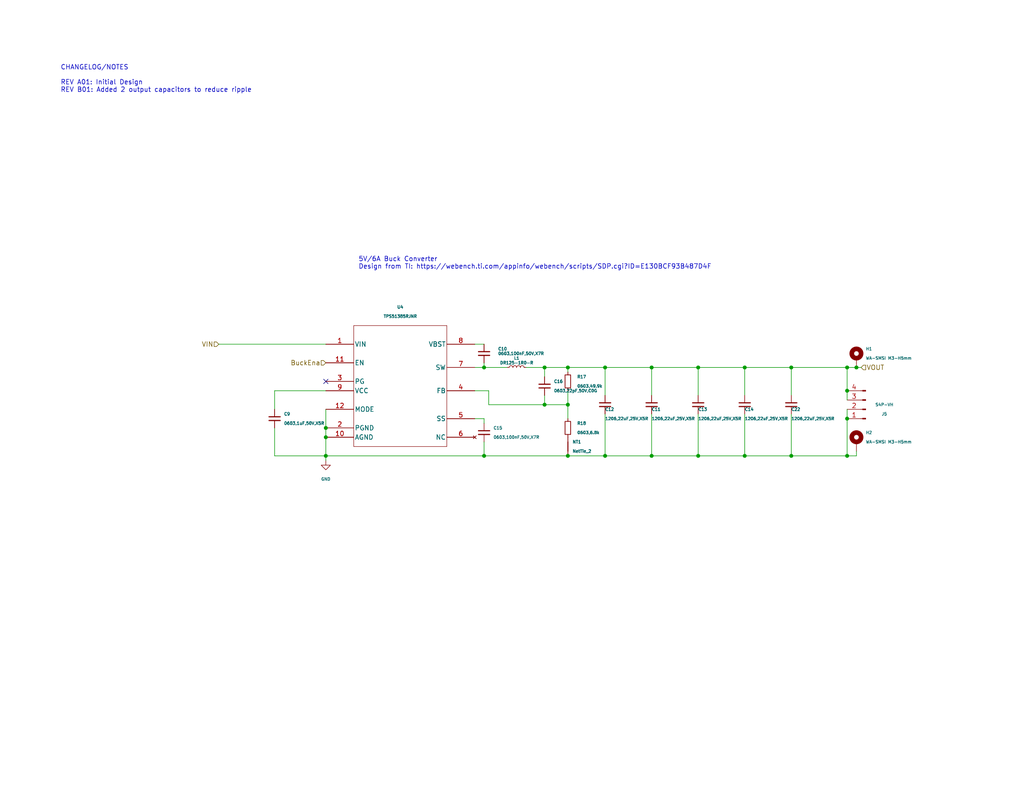
<source format=kicad_sch>
(kicad_sch (version 20230121) (generator eeschema)
  (paper "USLetter")
  (title_block (date "2024-02-03") (rev "B01"))
  (lib_symbols
    (symbol "Connector:Conn_01x04_Pin" (pin_names (offset 1.016) hide)
      (property "Reference" "J" (at 0 5.08 0))
      (property "Value" "Conn_01x04_Pin" (at 0 -7.62 0))
      (symbol "Conn_01x04_Pin_1_1"
        (polyline (pts (xy 1.27 -5.08) (xy 0.8636 -5.08)) (stroke (width 0.1524)))
        (polyline (pts (xy 1.27 -2.54) (xy 0.8636 -2.54)) (stroke (width 0.1524)))
        (polyline (pts (xy 1.27 0) (xy 0.8636 0)) (stroke (width 0.1524)))
        (polyline (pts (xy 1.27 2.54) (xy 0.8636 2.54)) (stroke (width 0.1524)))
        (rectangle (start 0.8636 -4.953) (end 0 -5.207) (stroke (width 0.1524)) (fill (type outline)))
        (rectangle (start 0.8636 -2.413) (end 0 -2.667) (stroke (width 0.1524)) (fill (type outline)))
        (rectangle (start 0.8636 0.127) (end 0 -0.127) (stroke (width 0.1524)) (fill (type outline)))
        (rectangle (start 0.8636 2.667) (end 0 2.413) (stroke (width 0.1524)) (fill (type outline)))
        (pin passive line (at 5.08 2.54 180) (length 3.81) (name "Pin_1") (number "1"))
        (pin passive line (at 5.08 0 180) (length 3.81) (name "Pin_2") (number "2"))
        (pin passive line (at 5.08 -2.54 180) (length 3.81) (name "Pin_3") (number "3"))
        (pin passive line (at 5.08 -5.08 180) (length 3.81) (name "Pin_4") (number "4"))
      )
    )
    (symbol "Device:L_Small" (pin_numbers hide) (pin_names (offset 0.254) hide)
      (property "Reference" "L" (at 0.762 1.016 0))
      (property "Value" "L_Small" (at 0.762 -1.016 0))
      (symbol "L_Small_0_1"
        (arc (start 0 -2.032) (mid 0.5058 -1.524) (end 0 -1.016))
        (arc (start 0 -1.016) (mid 0.5058 -0.508) (end 0 0))
        (arc (start 0 0) (mid 0.5058 0.508) (end 0 1.016))
        (arc (start 0 1.016) (mid 0.5058 1.524) (end 0 2.032))
      )
      (symbol "L_Small_1_1"
        (pin passive line (at 0 2.54 270) (length 0.508) (name "~") (number "1"))
        (pin passive line (at 0 -2.54 90) (length 0.508) (name "~") (number "2"))
      )
    )
    (symbol "Device:NetTie_2" (pin_numbers hide) (pin_names (offset 0) hide) (in_bom no)
      (property "Reference" "NT" (at 0 1.27 0))
      (property "Value" "NetTie_2" (at 0 -1.27 0))
      (symbol "NetTie_2_0_1"
        (polyline (pts (xy -1.27 0) (xy 1.27 0)) (stroke (width 0.254)))
      )
      (symbol "NetTie_2_1_1"
        (pin passive line (at -2.54 0 0) (length 2.54) (name "1") (number "1"))
        (pin passive line (at 2.54 0 180) (length 2.54) (name "2") (number "2"))
      )
    )
    (symbol "Mechanical:MountingHole_Pad" (pin_numbers hide) (pin_names (offset 1.016) hide)
      (property "Reference" "H" (at 0 6.35 0))
      (property "Value" "MountingHole_Pad" (at 0 4.445 0))
      (symbol "MountingHole_Pad_0_1"
        (circle (center 0 1.27) (radius 1.27) (stroke (width 1.27)))
      )
      (symbol "MountingHole_Pad_1_1"
        (pin input line (at 0 -2.54 90) (length 2.54) (name "1") (number "1"))
      )
    )
    (symbol "WS_LCSC_ICs:TPS51385RJNR" (pin_names (offset 0.254))
      (property "Reference" "U" (at 20.32 10.16 0))
      (property "Value" "TPS51385RJNR" (at 20.32 7.62 0))
      (symbol "TPS51385RJNR_0_1"
        (polyline (pts (xy 7.62 -27.94) (xy 33.02 -27.94)) (stroke (width 0.127)))
        (polyline (pts (xy 7.62 5.08) (xy 7.62 -27.94)) (stroke (width 0.127)))
        (polyline (pts (xy 33.02 -27.94) (xy 33.02 5.08)) (stroke (width 0.127)))
        (polyline (pts (xy 33.02 5.08) (xy 7.62 5.08)) (stroke (width 0.127)))
        (pin power_in line (at 0 0 0) (length 7.62) (name "VIN") (number "1"))
        (pin power_out line (at 0 -25.4 0) (length 7.62) (name "AGND") (number "10"))
        (pin input line (at 0 -5.08 0) (length 7.62) (name "EN") (number "11"))
        (pin input line (at 0 -17.78 0) (length 7.62) (name "MODE") (number "12"))
        (pin power_out line (at 0 -22.86 0) (length 7.62) (name "PGND") (number "2"))
        (pin output line (at 0 -10.16 0) (length 7.62) (name "PG") (number "3"))
        (pin input line (at 40.64 -12.7 180) (length 7.62) (name "FB") (number "4"))
        (pin output line (at 40.64 -20.32 180) (length 7.62) (name "SS") (number "5"))
        (pin no_connect line (at 40.64 -25.4 180) (length 7.62) (name "NC") (number "6"))
        (pin output line (at 40.64 -6.35 180) (length 7.62) (name "SW") (number "7"))
        (pin input line (at 40.64 0 180) (length 7.62) (name "VBST") (number "8"))
        (pin output line (at 0 -12.7 0) (length 7.62) (name "VCC") (number "9"))
      )
    )
    (symbol "jlcpcb-basic-capacitor:0402,100nF,16V,X7R "
      (property "Reference" "C" (at 1.71 0.508 0))
      (property "Value" "0402,100nF,16V,X7R " (at 1.71 -1.016 0))
      (symbol "0402,100nF,16V,X7R _0_0"
        (polyline (pts (xy -1.524 -0.508) (xy 1.524 -0.508)) (stroke (width 0.3048)))
        (polyline (pts (xy -1.524 0.508) (xy 1.524 0.508)) (stroke (width 0.3048)))
        (pin passive line (at 0 2.54 270) (length 2.032) (name "~") (number "1"))
        (pin passive line (at 0 -2.54 90) (length 2.032) (name "~") (number "2"))
      )
    )
    (symbol "jlcpcb-basic-capacitor:0402,100nF,50V,X7R "
      (property "Reference" "C" (at 1.71 0.508 0))
      (property "Value" "0402,100nF,50V,X7R " (at 1.71 -1.016 0))
      (symbol "0402,100nF,50V,X7R _0_0"
        (polyline (pts (xy -1.524 -0.508) (xy 1.524 -0.508)) (stroke (width 0.3048)))
        (polyline (pts (xy -1.524 0.508) (xy 1.524 0.508)) (stroke (width 0.3048)))
        (pin passive line (at 0 2.54 270) (length 2.032) (name "~") (number "1"))
        (pin passive line (at 0 -2.54 90) (length 2.032) (name "~") (number "2"))
      )
    )
    (symbol "jlcpcb-basic-capacitor:0402,1uF,25V,X5R "
      (property "Reference" "C" (at 1.71 0.508 0))
      (property "Value" "0402,1uF,25V,X5R " (at 1.71 -1.016 0))
      (symbol "0402,1uF,25V,X5R _0_0"
        (polyline (pts (xy -1.524 -0.508) (xy 1.524 -0.508)) (stroke (width 0.3048)))
        (polyline (pts (xy -1.524 0.508) (xy 1.524 0.508)) (stroke (width 0.3048)))
        (pin passive line (at 0 2.54 270) (length 2.032) (name "~") (number "1"))
        (pin passive line (at 0 -2.54 90) (length 2.032) (name "~") (number "2"))
      )
    )
    (symbol "jlcpcb-basic-capacitor:0603,22pF,50V,C0G "
      (property "Reference" "C" (at 1.71 0.508 0))
      (property "Value" "0603,22pF,50V,C0G " (at 1.71 -1.016 0))
      (symbol "0603,22pF,50V,C0G _0_0"
        (polyline (pts (xy -1.524 -0.508) (xy 1.524 -0.508)) (stroke (width 0.3048)))
        (polyline (pts (xy -1.524 0.508) (xy 1.524 0.508)) (stroke (width 0.3048)))
        (pin passive line (at 0 2.54 270) (length 2.032) (name "~") (number "1"))
        (pin passive line (at 0 -2.54 90) (length 2.032) (name "~") (number "2"))
      )
    )
    (symbol "jlcpcb-basic-capacitor:1206,22uF,25V,X5R "
      (property "Reference" "C" (at 1.71 0.508 0))
      (property "Value" "1206,22uF,25V,X5R " (at 1.71 -1.016 0))
      (symbol "1206,22uF,25V,X5R _0_0"
        (polyline (pts (xy -1.524 -0.508) (xy 1.524 -0.508)) (stroke (width 0.3048)))
        (polyline (pts (xy -1.524 0.508) (xy 1.524 0.508)) (stroke (width 0.3048)))
        (pin passive line (at 0 2.54 270) (length 2.032) (name "~") (number "1"))
        (pin passive line (at 0 -2.54 90) (length 2.032) (name "~") (number "2"))
      )
    )
    (symbol "jlcpcb-basic-resistor:0603,49.9k"
      (property "Reference" "R" (at 0.762 0.508 0))
      (property "Value" "0603,49.9k" (at 0.762 -1.016 0))
      (symbol "0603,49.9k_0_0"
        (rectangle (start -0.762 1.778) (end 0.762 -1.778) (stroke (width 0.2032)))
        (pin passive line (at 0 2.54 270) (length 0.762) (name "~") (number "1"))
        (pin passive line (at 0 -2.54 90) (length 0.762) (name "~") (number "2"))
      )
    )
    (symbol "jlcpcb-basic-resistor:0603,6.8k"
      (property "Reference" "R" (at 0.762 0.508 0))
      (property "Value" "0603,6.8k" (at 0.762 -1.016 0))
      (symbol "0603,6.8k_0_0"
        (rectangle (start -0.762 1.778) (end 0.762 -1.778) (stroke (width 0.2032)))
        (pin passive line (at 0 2.54 270) (length 0.762) (name "~") (number "1"))
        (pin passive line (at 0 -2.54 90) (length 0.762) (name "~") (number "2"))
      )
    )
    (symbol "power:GND" (power) (pin_names (offset 0))
      (property "Value" "GND" (at 0 -3.81 0))
      (symbol "GND_0_1"
        (polyline (pts (xy 0 0) (xy 0 -1.27) (xy 1.27 -1.27) (xy 0 -2.54) (xy -1.27 -1.27) (xy 0 -1.27)))
      )
      (symbol "GND_1_1"
        (pin power_in line (at 0 0 270) (length 0) hide (name "GND") (number "1"))
      )
    )
  )
  (junction (at 132.08 124.46))
  (junction (at 231.14 100.33))
  (junction (at 165.1 100.33))
  (junction (at 154.94 110.49))
  (junction (at 132.08 100.33))
  (junction (at 215.9 124.46))
  (junction (at 215.9 100.33))
  (junction (at 231.14 106.68))
  (junction (at 154.94 100.33))
  (junction (at 88.9 124.46))
  (junction (at 233.68 100.33))
  (junction (at 190.5 100.33))
  (junction (at 203.2 124.46))
  (junction (at 203.2 100.33))
  (junction (at 190.5 124.46))
  (junction (at 154.94 124.46))
  (junction (at 177.8 100.33))
  (junction (at 231.14 114.3))
  (junction (at 88.9 116.84))
  (junction (at 177.8 124.46))
  (junction (at 148.59 100.33))
  (junction (at 88.9 119.38))
  (junction (at 231.14 124.46))
  (junction (at 165.1 124.46))
  (junction (at 148.59 110.49))
  (no_connect (at 88.9 104.14))
  (wire (pts (xy 165.1 107.95) (xy 165.1 100.33)))
  (wire (pts (xy 231.14 106.68) (xy 231.14 109.22)))
  (wire (pts (xy 177.8 100.33) (xy 177.8 107.95)))
  (wire (pts (xy 132.08 99.06) (xy 132.08 100.33)))
  (wire (pts (xy 148.59 110.49) (xy 154.94 110.49)))
  (wire (pts (xy 129.54 93.98) (xy 132.08 93.98)))
  (wire (pts (xy 190.5 113.03) (xy 190.5 124.46)))
  (wire (pts (xy 132.08 100.33) (xy 129.54 100.33)))
  (wire (pts (xy 132.08 124.46) (xy 88.9 124.46)))
  (wire (pts (xy 190.5 100.33) (xy 203.2 100.33)))
  (wire (pts (xy 74.93 124.46) (xy 88.9 124.46)))
  (wire (pts (xy 177.8 100.33) (xy 190.5 100.33)))
  (wire (pts (xy 203.2 124.46) (xy 215.9 124.46)))
  (wire (pts (xy 165.1 113.03) (xy 165.1 124.46)))
  (wire (pts (xy 74.93 106.68) (xy 74.93 111.76)))
  (wire (pts (xy 177.8 113.03) (xy 177.8 124.46)))
  (wire (pts (xy 132.08 124.46) (xy 154.94 124.46)))
  (wire (pts (xy 203.2 113.03) (xy 203.2 124.46)))
  (wire (pts (xy 132.08 114.3) (xy 129.54 114.3)))
  (wire (pts (xy 154.94 100.33) (xy 154.94 101.6)))
  (wire (pts (xy 231.14 124.46) (xy 233.68 124.46)))
  (wire (pts (xy 154.94 110.49) (xy 154.94 114.3)))
  (wire (pts (xy 234.95 100.33) (xy 233.68 100.33)))
  (wire (pts (xy 133.35 110.49) (xy 148.59 110.49)))
  (wire (pts (xy 148.59 100.33) (xy 154.94 100.33)))
  (wire (pts (xy 88.9 111.76) (xy 88.9 116.84)))
  (wire (pts (xy 132.08 100.33) (xy 138.43 100.33)))
  (wire (pts (xy 132.08 120.65) (xy 132.08 124.46)))
  (wire (pts (xy 154.94 106.68) (xy 154.94 110.49)))
  (wire (pts (xy 148.59 100.33) (xy 148.59 102.87)))
  (wire (pts (xy 203.2 100.33) (xy 215.9 100.33)))
  (wire (pts (xy 74.93 106.68) (xy 88.9 106.68)))
  (wire (pts (xy 88.9 116.84) (xy 88.9 119.38)))
  (wire (pts (xy 154.94 124.46) (xy 165.1 124.46)))
  (wire (pts (xy 74.93 116.84) (xy 74.93 124.46)))
  (wire (pts (xy 154.94 100.33) (xy 165.1 100.33)))
  (wire (pts (xy 165.1 100.33) (xy 177.8 100.33)))
  (wire (pts (xy 215.9 100.33) (xy 231.14 100.33)))
  (wire (pts (xy 132.08 115.57) (xy 132.08 114.3)))
  (wire (pts (xy 148.59 107.95) (xy 148.59 110.49)))
  (wire (pts (xy 215.9 100.33) (xy 215.9 107.95)))
  (wire (pts (xy 233.68 124.46) (xy 233.68 123.19)))
  (wire (pts (xy 231.14 114.3) (xy 231.14 124.46)))
  (wire (pts (xy 88.9 119.38) (xy 88.9 124.46)))
  (wire (pts (xy 165.1 124.46) (xy 177.8 124.46)))
  (wire (pts (xy 143.51 100.33) (xy 148.59 100.33)))
  (wire (pts (xy 177.8 124.46) (xy 190.5 124.46)))
  (wire (pts (xy 129.54 106.68) (xy 133.35 106.68)))
  (wire (pts (xy 133.35 106.68) (xy 133.35 110.49)))
  (wire (pts (xy 215.9 124.46) (xy 231.14 124.46)))
  (wire (pts (xy 59.69 93.98) (xy 88.9 93.98)))
  (wire (pts (xy 215.9 113.03) (xy 215.9 124.46)))
  (wire (pts (xy 190.5 100.33) (xy 190.5 107.95)))
  (wire (pts (xy 203.2 124.46) (xy 190.5 124.46)))
  (wire (pts (xy 231.14 111.76) (xy 231.14 114.3)))
  (wire (pts (xy 231.14 100.33) (xy 231.14 106.68)))
  (wire (pts (xy 88.9 125.73) (xy 88.9 124.46)))
  (wire (pts (xy 203.2 100.33) (xy 203.2 107.95)))
  (wire (pts (xy 231.14 100.33) (xy 233.68 100.33)))
  (text "CHANGELOG/NOTES\n\nREV A01: Initial Design\nREV B01: Added 2 output capacitors to reduce ripple" (at 16.51 25.4 0) (effects (font (size 1.27 1.27)) (justify left bottom)))
  (text "5V/6A Buck Converter\nDesign from TI: https://webench.ti.com/appinfo/webench/scripts/SDP.cgi?ID=E130BCF93B487D4F" (at 97.79 73.66 0) (effects (font (size 1.27 1.27)) (justify left bottom)))
  (hierarchical_label "VIN" (shape input) (at 59.69 93.98 180))
  (hierarchical_label "BuckEna" (shape input) (at 88.9 99.06 180))
  (hierarchical_label "VOUT" (shape input) (at 234.95 100.33 0))
  (symbol (lib_id "Device:L_Small") (at 140.97 100.33 90) (unit 1)
    (property "Reference" "L1" (at 140.97 97.79 90) (effects (font (size 0.8 0.8))))
    (property "Value" "DR125-1R0-R" (at 140.97 99.06 90) (effects (font (size 0.8 0.8))))
    (property "Footprint" "Inductor_SMD:L_Sunlord_MWSA1206S-1R5" (effects hide))
    (property "Datasheet" "https://www.eaton.com/content/dam/eaton/products/electronic-components/resources/data-sheet/eaton-dr-high-power-density-high-efficiency-shielded-drum-core-power-inductors-data-sheet.pdf" (effects hide))
    (property "LCSC" "C167226" (effects hide))
  )
  (symbol (lib_id "jlcpcb-basic-capacitor:1206,22uF,25V,X5R ") (at 177.8 110.49 0) (unit 1)
    (property "Reference" "C11" (at 177.8 111.76 0) (effects (font (size 0.8 0.8)) (justify left)))
    (property "Value" "1206,22uF,25V,X5R " (at 177.8 114.3 0) (effects (font (size 0.8 0.8)) (justify left)))
    (property "Footprint" "Capacitor_SMD:C_1206_3216Metric" (effects hide))
    (property "Datasheet" "https://datasheet.lcsc.com/lcsc/1811031514_Samsung-Electro-Mechanics-CL31A226KAHNNNE_C12891.pdf" (effects hide))
    (property "LCSC" "C12891" (effects hide))
    (property "MFG" "Samsung Electro-Mechanics" (effects hide))
    (property "MFGPN" "CL31A226KAHNNNE" (effects hide))
  )
  (symbol (lib_id "jlcpcb-basic-capacitor:0603,22pF,50V,C0G ") (at 148.59 105.41 0) (unit 1)
    (property "Reference" "C16" (at 151.13 104.14 0) (effects (font (size 0.8 0.8)) (justify left)))
    (property "Value" "0603,22pF,50V,C0G " (at 151.13 106.68 0) (effects (font (size 0.8 0.8)) (justify left)))
    (property "Footprint" "C_0603_1608Metric" (effects hide))
    (property "Datasheet" "https://datasheet.lcsc.com/lcsc/1810121815_Samsung-Electro-Mechanics-CL10C220JB8NNNC_C1653.pdf" (effects hide))
    (property "LCSC" "C1653" (effects hide))
    (property "MFG" "Samsung Electro-Mechanics" (effects hide))
    (property "MFGPN" "CL10C220JB8NNNC" (effects hide))
  )
  (symbol (lib_id "jlcpcb-basic-capacitor:1206,22uF,25V,X5R ") (at 165.1 110.49 0) (unit 1)
    (property "Reference" "C12" (at 165.1 111.76 0) (effects (font (size 0.8 0.8)) (justify left)))
    (property "Value" "1206,22uF,25V,X5R " (at 165.1 114.3 0) (effects (font (size 0.8 0.8)) (justify left)))
    (property "Footprint" "Capacitor_SMD:C_1206_3216Metric" (effects hide))
    (property "Datasheet" "https://datasheet.lcsc.com/lcsc/1811031514_Samsung-Electro-Mechanics-CL31A226KAHNNNE_C12891.pdf" (effects hide))
    (property "LCSC" "C12891" (effects hide))
    (property "MFG" "Samsung Electro-Mechanics" (effects hide))
    (property "MFGPN" "CL31A226KAHNNNE" (effects hide))
  )
  (symbol (lib_id "jlcpcb-basic-capacitor:1206,22uF,25V,X5R ") (at 215.9 110.49 0) (unit 1)
    (property "Reference" "C22" (at 215.9 111.76 0) (effects (font (size 0.8 0.8)) (justify left)))
    (property "Value" "1206,22uF,25V,X5R " (at 215.9 114.3 0) (effects (font (size 0.8 0.8)) (justify left)))
    (property "Footprint" "Capacitor_SMD:C_1206_3216Metric" (effects hide))
    (property "Datasheet" "https://datasheet.lcsc.com/lcsc/1811031514_Samsung-Electro-Mechanics-CL31A226KAHNNNE_C12891.pdf" (effects hide))
    (property "LCSC" "C12891" (effects hide))
    (property "MFG" "Samsung Electro-Mechanics" (effects hide))
    (property "MFGPN" "CL31A226KAHNNNE" (effects hide))
  )
  (symbol (lib_id "Mechanical:MountingHole_Pad") (at 233.68 97.79 0) (unit 1)
    (property "Reference" "H1" (at 236.22 95.25 0) (effects (font (size 0.8 0.8)) (justify left)))
    (property "Value" "WA-SMSI M3-H5mm" (at 236.22 97.79 0) (effects (font (size 0.8 0.8)) (justify left)))
    (property "Footprint" "Mounting_Wuerth:Mounting_Wuerth_WA-SMSI-M3_H5mm_9774050360" (effects hide))
    (property "LCSC" "C2916334" (effects hide))
  )
  (symbol (lib_id "jlcpcb-basic-capacitor:0402,100nF,50V,X7R ") (at 132.08 96.52 0) (unit 1)
    (property "Reference" "C10" (at 135.89 95.25 0) (effects (font (size 0.8 0.8)) (justify left)))
    (property "Value" "0603,100nF,50V,X7R " (at 135.89 96.52 0) (effects (font (size 0.8 0.8)) (justify left)))
    (property "Footprint" "Capacitor_SMD:C_0603_1608Metric" (effects hide))
    (property "Datasheet" "https://datasheet.lcsc.com/lcsc/1809301912_YAGEO-CC0603KRX7R9BB104_C14663.pdf" (effects hide))
    (property "LCSC" "C14663" (effects hide))
    (property "MFG" "YAGEO" (effects hide))
    (property "MFGPN" "CC0603KRX7R9BB104" (effects hide))
  )
  (symbol (lib_id "jlcpcb-basic-capacitor:1206,22uF,25V,X5R ") (at 203.2 110.49 0) (unit 1)
    (property "Reference" "C14" (at 203.2 111.76 0) (effects (font (size 0.8 0.8)) (justify left)))
    (property "Value" "1206,22uF,25V,X5R " (at 203.2 114.3 0) (effects (font (size 0.8 0.8)) (justify left)))
    (property "Footprint" "Capacitor_SMD:C_1206_3216Metric" (effects hide))
    (property "Datasheet" "https://datasheet.lcsc.com/lcsc/1811031514_Samsung-Electro-Mechanics-CL31A226KAHNNNE_C12891.pdf" (effects hide))
    (property "LCSC" "C12891" (effects hide))
    (property "MFG" "Samsung Electro-Mechanics" (effects hide))
    (property "MFGPN" "CL31A226KAHNNNE" (effects hide))
  )
  (symbol (lib_id "jlcpcb-basic-resistor:0603,49.9k") (at 154.94 104.14 0) (unit 1)
    (property "Reference" "R17" (at 157.48 102.87 0) (effects (font (size 0.8 0.8)) (justify left)))
    (property "Value" "0603,49.9k" (at 157.48 105.41 0) (effects (font (size 0.8 0.8)) (justify left)))
    (property "Footprint" "Resistor_SMD:R_0603_1608Metric" (effects hide))
    (property "Datasheet" "https://datasheet.lcsc.com/lcsc/2110252130_UNI-ROYAL-Uniroyal-Elec-0603WAF4992T5E_C23184.pdf" (effects hide))
    (property "LCSC" "C23184" (effects hide))
    (property "MFG" "UNI-ROYAL(Uniroyal Elec)" (effects hide))
    (property "MFGPN" "0603WAF4992T5E" (effects hide))
  )
  (symbol (lib_id "power:GND") (at 88.9 125.73 0) (unit 1)
    (property "Reference" "#PWR027" (effects hide))
    (property "Value" "GND" (at 88.9 130.81 0) (effects (font (size 0.8 0.8))))
  )
  (symbol (lib_id "jlcpcb-basic-capacitor:0402,1uF,25V,X5R ") (at 74.93 114.3 0) (unit 1)
    (property "Reference" "C9" (at 77.47 113.03 0) (effects (font (size 0.8 0.8)) (justify left)))
    (property "Value" "0603,1uF,50V,X5R " (at 77.47 115.57 0) (effects (font (size 0.8 0.8)) (justify left)))
    (property "Footprint" "Capacitor_SMD:C_0603_1608Metric" (effects hide))
    (property "Datasheet" "https://datasheet.lcsc.com/lcsc/1810261812_Samsung-Electro-Mechanics-CL10A105KB8NNNC_C15849.pdf" (effects hide))
    (property "LCSC" "C15849" (effects hide))
    (property "MFG" "Samsung Electro-Mechanics" (effects hide))
    (property "MFGPN" "CL10A105KB8NNNC" (effects hide))
  )
  (symbol (lib_id "WS_LCSC_ICs:TPS51385RJNR") (at 88.9 93.98 0) (unit 1)
    (property "Reference" "U4" (at 109.22 83.82 0) (effects (font (size 0.8 0.8))))
    (property "Value" "TPS51385RJNR" (at 109.22 86.36 0) (effects (font (size 0.8 0.8))))
    (property "Footprint" "WS_LCSC_ICs:VQFN-HR12_RJN_TEX" (effects hide))
    (property "Datasheet" "https://www.ti.com/lit/ds/symlink/tps51385.pdf?ts=1707001708862" (effects hide))
  )
  (symbol (lib_id "Device:NetTie_2") (at 154.94 121.92 90) (unit 1) (in_bom no)
    (property "Reference" "NT1" (at 156.21 120.65 90) (effects (font (size 0.8 0.8)) (justify right)))
    (property "Value" "NetTie_2" (at 156.21 123.19 90) (effects (font (size 0.8 0.8)) (justify right)))
    (property "Footprint" "NetTie:NetTie-2_SMD_Pad0.5mm" (effects hide))
  )
  (symbol (lib_id "jlcpcb-basic-capacitor:0402,100nF,16V,X7R ") (at 132.08 118.11 0) (unit 1)
    (property "Reference" "C15" (at 134.62 116.84 0) (effects (font (size 0.8 0.8)) (justify left)))
    (property "Value" "0603,100nF,50V,X7R " (at 134.62 119.38 0) (effects (font (size 0.8 0.8)) (justify left)))
    (property "Footprint" "Capacitor_SMD:C_0603_1608Metric" (effects hide))
    (property "Datasheet" "https://datasheet.lcsc.com/lcsc/1809301912_YAGEO-CC0603KRX7R9BB104_C14663.pdf" (effects hide))
    (property "LCSC" "C14663" (effects hide))
    (property "MFG" "YAGEO" (effects hide))
    (property "MFGPN" "CC0603KRX7R9BB104" (effects hide))
  )
  (symbol (lib_id "jlcpcb-basic-capacitor:1206,22uF,25V,X5R ") (at 190.5 110.49 0) (unit 1)
    (property "Reference" "C13" (at 190.5 111.76 0) (effects (font (size 0.8 0.8)) (justify left)))
    (property "Value" "1206,22uF,25V,X5R " (at 190.5 114.3 0) (effects (font (size 0.8 0.8)) (justify left)))
    (property "Footprint" "Capacitor_SMD:C_1206_3216Metric" (effects hide))
    (property "Datasheet" "https://datasheet.lcsc.com/lcsc/1811031514_Samsung-Electro-Mechanics-CL31A226KAHNNNE_C12891.pdf" (effects hide))
    (property "LCSC" "C12891" (effects hide))
    (property "MFG" "Samsung Electro-Mechanics" (effects hide))
    (property "MFGPN" "CL31A226KAHNNNE" (effects hide))
  )
  (symbol (lib_id "Mechanical:MountingHole_Pad") (at 233.68 120.65 0) (unit 1)
    (property "Reference" "H2" (at 236.22 118.11 0) (effects (font (size 0.8 0.8)) (justify left)))
    (property "Value" "WA-SMSI M3-H5mm" (at 236.22 120.65 0) (effects (font (size 0.8 0.8)) (justify left)))
    (property "Footprint" "Mounting_Wuerth:Mounting_Wuerth_WA-SMSI-M3_H5mm_9774050360" (effects hide))
    (property "LCSC" "C2916334" (effects hide))
  )
  (symbol (lib_id "jlcpcb-basic-resistor:0603,6.8k") (at 154.94 116.84 0) (unit 1)
    (property "Reference" "R18" (at 157.48 115.57 0) (effects (font (size 0.8 0.8)) (justify left)))
    (property "Value" "0603,6.8k" (at 157.48 118.11 0) (effects (font (size 0.8 0.8)) (justify left)))
    (property "Footprint" "Resistor_SMD:R_0603_1608Metric" (effects hide))
    (property "Datasheet" "https://datasheet.lcsc.com/lcsc/2110252130_UNI-ROYAL-Uniroyal-Elec-0603WAF6801T5E_C23212.pdf" (effects hide))
    (property "LCSC" "C23212" (effects hide))
    (property "MFG" "UNI-ROYAL(Uniroyal Elec)" (effects hide))
    (property "MFGPN" "0603WAF6801T5E" (effects hide))
  )
  (symbol (lib_id "Connector:Conn_01x04_Pin") (at 236.22 111.76 180) (unit 1)
    (property "Reference" "J5" (at 241.3 113.03 0) (effects (font (size 0.8 0.8))))
    (property "Value" "S4P-VH" (at 241.3 110.49 0) (effects (font (size 0.8 0.8))))
    (property "Footprint" "Connector_JST:JST_VH_S4P-VH_1x04_P3.96mm_Horizontal" (effects hide))
    (property "LCSC" "C160356" (effects hide))
  )
)
</source>
